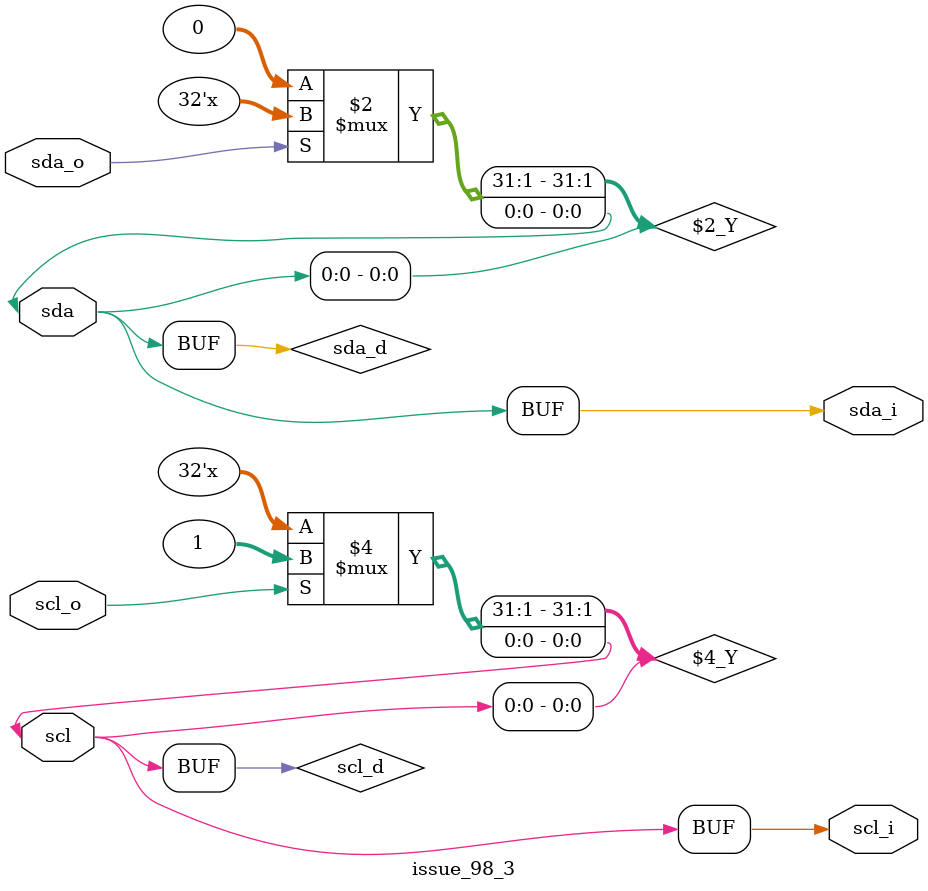
<source format=v>


`timescale 1ns/10ps

module issue_98_3 (
    sda,
    scl,
    sda_i,
    sda_o,
    scl_i,
    scl_o
);


inout [0:0] sda;
wire [0:0] sda;
inout [0:0] scl;
wire [0:0] scl;
output [0:0] sda_i;
wire [0:0] sda_i;
input [0:0] sda_o;
output [0:0] scl_i;
wire [0:0] scl_i;
input [0:0] scl_o;

wire [0:0] sda_d;
wire [0:0] scl_d;

assign sda = sda_d;
assign scl = scl_d;



assign sda_i = sda;
assign sda_d = (!sda_o) ? 0 : 'bz;
assign scl_i = scl;
assign scl_d = (!scl_o) ? 'bz : 1;

endmodule

</source>
